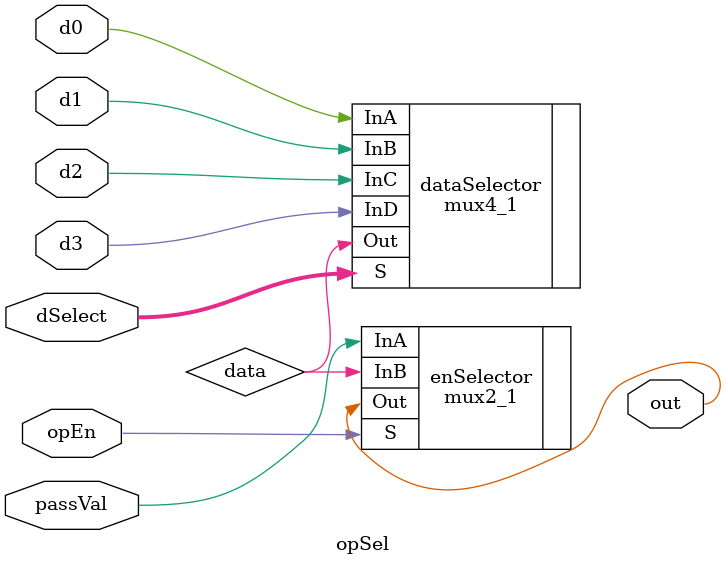
<source format=v>
/*
  Operation selection module
  - Selects between barrel shifter options, per bit, per shift level
 */
module opSel (dSelect, opEn, d0, d1, d2, d3, passVal, out);

   input [1:0] dSelect;  // Data select choses which 'd' to pass through
   input opEn;           // Selects to perform 'operation', or to pass through
   input d0, d1, d2, d3; // 'Operation data', values coming from shift logic
   input passVal;        // the default value, no operation
   output out;           // output

   wire data;

   mux4_1 dataSelector(.InA(d0), .InB(d1), .InC(d2), .InD(d3), .S(dSelect), .Out(data));
   mux2_1 enSelector(.InA(passVal), .InB(data), .S(opEn), .Out(out));
   
endmodule

</source>
